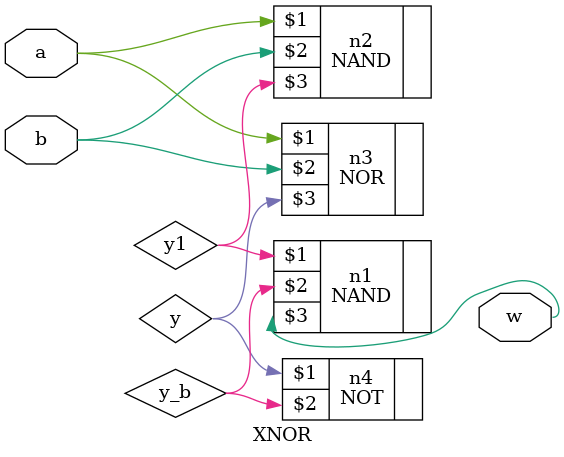
<source format=sv>
`include "nor.sv"
`include "not.sv"
`include "nand.sv"
module XNOR(input a,b, output w);
    wire y, y1, y_b;
    NAND n1(y1, y_b, w), n2(a, b, y1);
    NOR  n3(a, b, y);
    NOT n4(y, y_b);
endmodule

</source>
